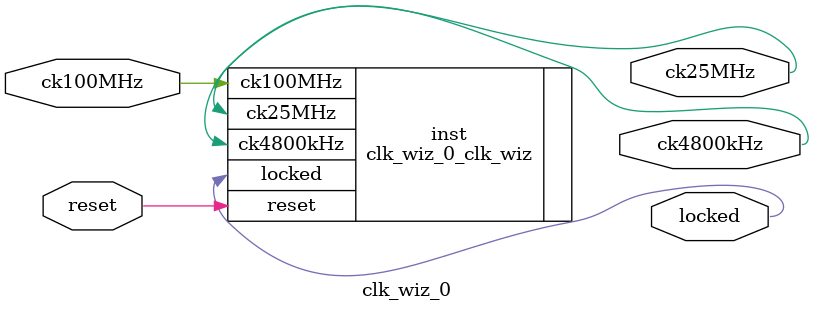
<source format=v>


`timescale 1ps/1ps

(* CORE_GENERATION_INFO = "clk_wiz_0,clk_wiz_v6_0_3_0_0,{component_name=clk_wiz_0,use_phase_alignment=false,use_min_o_jitter=false,use_max_i_jitter=false,use_dyn_phase_shift=false,use_inclk_switchover=false,use_dyn_reconfig=false,enable_axi=0,feedback_source=FDBK_AUTO,PRIMITIVE=MMCM,num_out_clk=2,clkin1_period=10.000,clkin2_period=10.000,use_power_down=false,use_reset=true,use_locked=true,use_inclk_stopped=false,feedback_type=SINGLE,CLOCK_MGR_TYPE=NA,manual_override=false}" *)

module clk_wiz_0 
 (
  // Clock out ports
  output        ck4800kHz,
  output        ck25MHz,
  // Status and control signals
  input         reset,
  output        locked,
 // Clock in ports
  input         ck100MHz
 );

  clk_wiz_0_clk_wiz inst
  (
  // Clock out ports  
  .ck4800kHz(ck4800kHz),
  .ck25MHz(ck25MHz),
  // Status and control signals               
  .reset(reset), 
  .locked(locked),
 // Clock in ports
  .ck100MHz(ck100MHz)
  );

endmodule

</source>
